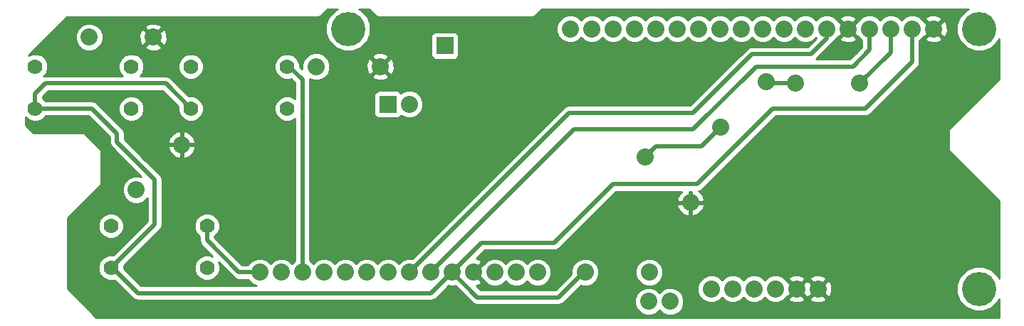
<source format=gbl>
G04 #@! TF.FileFunction,Copper,L2,Bot,Signal*
%FSLAX46Y46*%
G04 Gerber Fmt 4.6, Leading zero omitted, Abs format (unit mm)*
G04 Created by KiCad (PCBNEW 4.0.2-stable) date 05/06/2017 19:11:29*
%MOMM*%
G01*
G04 APERTURE LIST*
%ADD10C,0.150000*%
%ADD11C,2.032000*%
%ADD12C,1.778000*%
%ADD13C,4.064000*%
%ADD14R,2.032000X2.032000*%
%ADD15C,0.500000*%
%ADD16C,0.254000*%
G04 APERTURE END LIST*
D10*
D11*
X124590000Y-17000000D03*
X122050000Y-17000000D03*
X119510000Y-17000000D03*
X116970000Y-17000000D03*
X114430000Y-17000000D03*
X111890000Y-17000000D03*
X109350000Y-17000000D03*
X106810000Y-17000000D03*
X104270000Y-17000000D03*
X101730000Y-17000000D03*
X99190000Y-17000000D03*
X96650000Y-17000000D03*
X94110000Y-17000000D03*
X91570000Y-17000000D03*
X89030000Y-17000000D03*
X86490000Y-17000000D03*
X83950000Y-17000000D03*
X81410000Y-17000000D03*
D12*
X36285000Y-21500000D03*
X47715000Y-21500000D03*
X36285000Y-26500000D03*
X47715000Y-26500000D03*
X17785000Y-21500000D03*
X29215000Y-21500000D03*
X17785000Y-26500000D03*
X29215000Y-26500000D03*
X26785000Y-45500000D03*
X38215000Y-45500000D03*
X26785000Y-40500000D03*
X38215000Y-40500000D03*
D11*
X90305923Y-32305923D03*
X95694077Y-37694077D03*
X104694077Y-23305923D03*
X99305923Y-28694077D03*
X115810000Y-23500000D03*
X108190000Y-23500000D03*
X58810000Y-21500000D03*
X51190000Y-21500000D03*
X31810000Y-18000000D03*
X24190000Y-18000000D03*
X35194077Y-30805923D03*
X29805923Y-36194077D03*
D13*
X55000000Y-17000000D03*
X130000000Y-17000000D03*
X130000000Y-48000000D03*
D11*
X110850000Y-48000000D03*
X108310000Y-48000000D03*
X105770000Y-48000000D03*
X103230000Y-48000000D03*
X100690000Y-48000000D03*
X98150000Y-48000000D03*
D14*
X59730000Y-26000000D03*
D11*
X62270000Y-26000000D03*
D14*
X66500000Y-19000000D03*
D11*
X77510000Y-46000000D03*
X74970000Y-46000000D03*
X72430000Y-46000000D03*
X69890000Y-46000000D03*
X67350000Y-46000000D03*
X64810000Y-46000000D03*
X62270000Y-46000000D03*
X59730000Y-46000000D03*
X57190000Y-46000000D03*
X54650000Y-46000000D03*
X52110000Y-46000000D03*
X49570000Y-46000000D03*
X47030000Y-46000000D03*
X44490000Y-46000000D03*
X83190000Y-46000000D03*
X90810000Y-46000000D03*
X90730000Y-49500000D03*
X93270000Y-49500000D03*
D15*
X83190000Y-46000000D02*
X83000000Y-46000000D01*
X70350000Y-49000000D02*
X67350000Y-46000000D01*
X80000000Y-49000000D02*
X70350000Y-49000000D01*
X83000000Y-46000000D02*
X80000000Y-49000000D01*
X26785000Y-45500000D02*
X27000000Y-45500000D01*
X64850000Y-48500000D02*
X67350000Y-46000000D01*
X30000000Y-48500000D02*
X64850000Y-48500000D01*
X27000000Y-45500000D02*
X30000000Y-48500000D01*
X17785000Y-26500000D02*
X24500000Y-26500000D01*
X32000000Y-40285000D02*
X26785000Y-45500000D01*
X32000000Y-35000000D02*
X32000000Y-40285000D01*
X27500000Y-30500000D02*
X32000000Y-35000000D01*
X27500000Y-29500000D02*
X27500000Y-30500000D01*
X24500000Y-26500000D02*
X27500000Y-29500000D01*
X17785000Y-26500000D02*
X17785000Y-24715000D01*
X33285000Y-23500000D02*
X36285000Y-26500000D01*
X19000000Y-23500000D02*
X33285000Y-23500000D01*
X17785000Y-24715000D02*
X19000000Y-23500000D01*
X122050000Y-17000000D02*
X122050000Y-20950000D01*
X122050000Y-20950000D02*
X116500000Y-26500000D01*
X116500000Y-26500000D02*
X105500000Y-26500000D01*
X105500000Y-26500000D02*
X96500000Y-35500000D01*
X96500000Y-35500000D02*
X86500000Y-35500000D01*
X86500000Y-35500000D02*
X79500000Y-42500000D01*
X79500000Y-42500000D02*
X70850000Y-42500000D01*
X70850000Y-42500000D02*
X67350000Y-46000000D01*
X111890000Y-17000000D02*
X111890000Y-18110000D01*
X81270000Y-27000000D02*
X62270000Y-46000000D01*
X96000000Y-27000000D02*
X81270000Y-27000000D01*
X103000000Y-20000000D02*
X96000000Y-27000000D01*
X110000000Y-20000000D02*
X103000000Y-20000000D01*
X111890000Y-18110000D02*
X110000000Y-20000000D01*
X47715000Y-21500000D02*
X48000000Y-21500000D01*
X49570000Y-23070000D02*
X49570000Y-46000000D01*
X48000000Y-21500000D02*
X49570000Y-23070000D01*
X116970000Y-17000000D02*
X116970000Y-19530000D01*
X81810000Y-29000000D02*
X64810000Y-46000000D01*
X96000000Y-29000000D02*
X81810000Y-29000000D01*
X103500000Y-21500000D02*
X96000000Y-29000000D01*
X115000000Y-21500000D02*
X103500000Y-21500000D01*
X116970000Y-19530000D02*
X115000000Y-21500000D01*
X38215000Y-40500000D02*
X38215000Y-42215000D01*
X42000000Y-46000000D02*
X44490000Y-46000000D01*
X38215000Y-42215000D02*
X42000000Y-46000000D01*
X119510000Y-17000000D02*
X119510000Y-19800000D01*
X119510000Y-19800000D02*
X115810000Y-23500000D01*
X99305923Y-28694077D02*
X97000000Y-31000000D01*
X91611846Y-31000000D02*
X90305923Y-32305923D01*
X97000000Y-31000000D02*
X91611846Y-31000000D01*
X108190000Y-23500000D02*
X104888154Y-23500000D01*
X104888154Y-23500000D02*
X104694077Y-23305923D01*
D16*
G36*
X132373000Y-51373000D02*
X126251816Y-51373000D01*
X126251816Y-17268358D01*
X126228014Y-16611981D01*
X126022622Y-16116120D01*
X125754107Y-16015498D01*
X125574502Y-16195103D01*
X125574502Y-15835893D01*
X125473880Y-15567378D01*
X124858358Y-15338184D01*
X124201981Y-15361986D01*
X123706120Y-15567378D01*
X123605498Y-15835893D01*
X124590000Y-16820395D01*
X125574502Y-15835893D01*
X125574502Y-16195103D01*
X124769605Y-17000000D01*
X125754107Y-17984502D01*
X126022622Y-17883880D01*
X126251816Y-17268358D01*
X126251816Y-51373000D01*
X125574502Y-51373000D01*
X125574502Y-18164107D01*
X124590000Y-17179605D01*
X123605498Y-18164107D01*
X123706120Y-18432622D01*
X124321642Y-18661816D01*
X124978019Y-18638014D01*
X125473880Y-18432622D01*
X125574502Y-18164107D01*
X125574502Y-51373000D01*
X112511816Y-51373000D01*
X112511816Y-48268358D01*
X112488014Y-47611981D01*
X112282622Y-47116120D01*
X112014107Y-47015498D01*
X111834502Y-47195103D01*
X111834502Y-46835893D01*
X111733880Y-46567378D01*
X111118358Y-46338184D01*
X110461981Y-46361986D01*
X109966120Y-46567378D01*
X109865498Y-46835893D01*
X110850000Y-47820395D01*
X111834502Y-46835893D01*
X111834502Y-47195103D01*
X111029605Y-48000000D01*
X112014107Y-48984502D01*
X112282622Y-48883880D01*
X112511816Y-48268358D01*
X112511816Y-51373000D01*
X111834502Y-51373000D01*
X111834502Y-49164107D01*
X110850000Y-48179605D01*
X110670395Y-48359210D01*
X110670395Y-48000000D01*
X109685893Y-47015498D01*
X109580000Y-47055179D01*
X109474107Y-47015498D01*
X109294502Y-47195103D01*
X109294502Y-46835893D01*
X109193880Y-46567378D01*
X108578358Y-46338184D01*
X107921981Y-46361986D01*
X107426120Y-46567378D01*
X107325498Y-46835893D01*
X108310000Y-47820395D01*
X109294502Y-46835893D01*
X109294502Y-47195103D01*
X108489605Y-48000000D01*
X109474107Y-48984502D01*
X109580000Y-48944820D01*
X109685893Y-48984502D01*
X110670395Y-48000000D01*
X110670395Y-48359210D01*
X109865498Y-49164107D01*
X109966120Y-49432622D01*
X110581642Y-49661816D01*
X111238019Y-49638014D01*
X111733880Y-49432622D01*
X111834502Y-49164107D01*
X111834502Y-51373000D01*
X109294502Y-51373000D01*
X109294502Y-49164107D01*
X108310000Y-48179605D01*
X108130395Y-48359210D01*
X108130395Y-48000000D01*
X107145893Y-47015498D01*
X107127083Y-47022546D01*
X106706437Y-46601166D01*
X106099845Y-46349287D01*
X105443037Y-46348714D01*
X104836005Y-46599534D01*
X104499821Y-46935132D01*
X104166437Y-46601166D01*
X103559845Y-46349287D01*
X102903037Y-46348714D01*
X102296005Y-46599534D01*
X101959821Y-46935132D01*
X101626437Y-46601166D01*
X101019845Y-46349287D01*
X100363037Y-46348714D01*
X99756005Y-46599534D01*
X99419821Y-46935132D01*
X99086437Y-46601166D01*
X98479845Y-46349287D01*
X97823037Y-46348714D01*
X97332091Y-46551568D01*
X97332091Y-38082096D01*
X97213373Y-37821077D01*
X95821077Y-37821077D01*
X95821077Y-39213373D01*
X96082096Y-39332091D01*
X96679401Y-39058916D01*
X97126699Y-38577957D01*
X97332091Y-38082096D01*
X97332091Y-46551568D01*
X97216005Y-46599534D01*
X96751166Y-47063563D01*
X96499287Y-47670155D01*
X96498714Y-48326963D01*
X96749534Y-48933995D01*
X97213563Y-49398834D01*
X97820155Y-49650713D01*
X98476963Y-49651286D01*
X99083995Y-49400466D01*
X99420178Y-49064867D01*
X99753563Y-49398834D01*
X100360155Y-49650713D01*
X101016963Y-49651286D01*
X101623995Y-49400466D01*
X101960178Y-49064867D01*
X102293563Y-49398834D01*
X102900155Y-49650713D01*
X103556963Y-49651286D01*
X104163995Y-49400466D01*
X104500178Y-49064867D01*
X104833563Y-49398834D01*
X105440155Y-49650713D01*
X106096963Y-49651286D01*
X106703995Y-49400466D01*
X107127565Y-48977633D01*
X107145893Y-48984502D01*
X108130395Y-48000000D01*
X108130395Y-48359210D01*
X107325498Y-49164107D01*
X107426120Y-49432622D01*
X108041642Y-49661816D01*
X108698019Y-49638014D01*
X109193880Y-49432622D01*
X109294502Y-49164107D01*
X109294502Y-51373000D01*
X95567077Y-51373000D01*
X95567077Y-39213373D01*
X95567077Y-37821077D01*
X94174781Y-37821077D01*
X94056063Y-38082096D01*
X94329238Y-38679401D01*
X94810197Y-39126699D01*
X95306058Y-39332091D01*
X95567077Y-39213373D01*
X95567077Y-51373000D01*
X94921286Y-51373000D01*
X94921286Y-49173037D01*
X94670466Y-48566005D01*
X94206437Y-48101166D01*
X93599845Y-47849287D01*
X92943037Y-47848714D01*
X92461286Y-48047769D01*
X92461286Y-45673037D01*
X92210466Y-45066005D01*
X91746437Y-44601166D01*
X91139845Y-44349287D01*
X90483037Y-44348714D01*
X89876005Y-44599534D01*
X89411166Y-45063563D01*
X89159287Y-45670155D01*
X89158714Y-46326963D01*
X89409534Y-46933995D01*
X89873563Y-47398834D01*
X90480155Y-47650713D01*
X91136963Y-47651286D01*
X91743995Y-47400466D01*
X92208834Y-46936437D01*
X92460713Y-46329845D01*
X92461286Y-45673037D01*
X92461286Y-48047769D01*
X92336005Y-48099534D01*
X91999821Y-48435132D01*
X91666437Y-48101166D01*
X91059845Y-47849287D01*
X90403037Y-47848714D01*
X89796005Y-48099534D01*
X89331166Y-48563563D01*
X89079287Y-49170155D01*
X89078714Y-49826963D01*
X89329534Y-50433995D01*
X89793563Y-50898834D01*
X90400155Y-51150713D01*
X91056963Y-51151286D01*
X91663995Y-50900466D01*
X92000178Y-50564867D01*
X92333563Y-50898834D01*
X92940155Y-51150713D01*
X93596963Y-51151286D01*
X94203995Y-50900466D01*
X94668834Y-50436437D01*
X94920713Y-49829845D01*
X94921286Y-49173037D01*
X94921286Y-51373000D01*
X25052605Y-51373000D01*
X21627000Y-47947395D01*
X21627000Y-39552605D01*
X25627000Y-35552605D01*
X25627000Y-31447395D01*
X23552605Y-29373000D01*
X17552605Y-29373000D01*
X16627000Y-28447395D01*
X16627000Y-27497120D01*
X16920597Y-27791230D01*
X17480528Y-28023734D01*
X18086812Y-28024263D01*
X18647148Y-27792737D01*
X19055597Y-27385000D01*
X24133420Y-27385000D01*
X26615000Y-29866579D01*
X26615000Y-30499994D01*
X26614999Y-30500000D01*
X26671189Y-30782484D01*
X26682367Y-30838675D01*
X26874210Y-31125790D01*
X30402571Y-34654150D01*
X30135768Y-34543364D01*
X29478960Y-34542791D01*
X28871928Y-34793611D01*
X28407089Y-35257640D01*
X28155210Y-35864232D01*
X28154637Y-36521040D01*
X28405457Y-37128072D01*
X28869486Y-37592911D01*
X29476078Y-37844790D01*
X30132886Y-37845363D01*
X30739918Y-37594543D01*
X31115000Y-37220114D01*
X31115000Y-39918420D01*
X28309263Y-42724156D01*
X28309263Y-40198188D01*
X28077737Y-39637852D01*
X27649403Y-39208770D01*
X27089472Y-38976266D01*
X26483188Y-38975737D01*
X25922852Y-39207263D01*
X25493770Y-39635597D01*
X25261266Y-40195528D01*
X25260737Y-40801812D01*
X25492263Y-41362148D01*
X25920597Y-41791230D01*
X26480528Y-42023734D01*
X27086812Y-42024263D01*
X27647148Y-41792737D01*
X28076230Y-41364403D01*
X28308734Y-40804472D01*
X28309263Y-40198188D01*
X28309263Y-42724156D01*
X27057182Y-43976237D01*
X26483188Y-43975737D01*
X25922852Y-44207263D01*
X25493770Y-44635597D01*
X25261266Y-45195528D01*
X25260737Y-45801812D01*
X25492263Y-46362148D01*
X25920597Y-46791230D01*
X26480528Y-47023734D01*
X27086812Y-47024263D01*
X27218337Y-46969917D01*
X29374207Y-49125786D01*
X29374210Y-49125790D01*
X29661325Y-49317633D01*
X30000000Y-49385000D01*
X64849994Y-49385000D01*
X64850000Y-49385001D01*
X64850000Y-49385000D01*
X65132484Y-49328810D01*
X65188674Y-49317633D01*
X65188675Y-49317633D01*
X65475790Y-49125790D01*
X66971195Y-47630383D01*
X67020155Y-47650713D01*
X67676963Y-47651286D01*
X67728437Y-47630017D01*
X69724207Y-49625786D01*
X69724210Y-49625790D01*
X70011325Y-49817633D01*
X70350000Y-49885000D01*
X79999994Y-49885000D01*
X80000000Y-49885001D01*
X80000000Y-49885000D01*
X80282484Y-49828810D01*
X80338674Y-49817633D01*
X80338675Y-49817633D01*
X80625790Y-49625790D01*
X82676942Y-47574636D01*
X82860155Y-47650713D01*
X83516963Y-47651286D01*
X84123995Y-47400466D01*
X84588834Y-46936437D01*
X84840713Y-46329845D01*
X84841286Y-45673037D01*
X84590466Y-45066005D01*
X84126437Y-44601166D01*
X83519845Y-44349287D01*
X82863037Y-44348714D01*
X82256005Y-44599534D01*
X81791166Y-45063563D01*
X81539287Y-45670155D01*
X81538816Y-46209604D01*
X79633420Y-48115000D01*
X79161286Y-48115000D01*
X79161286Y-45673037D01*
X78910466Y-45066005D01*
X78446437Y-44601166D01*
X77839845Y-44349287D01*
X77183037Y-44348714D01*
X76576005Y-44599534D01*
X76239821Y-44935132D01*
X75906437Y-44601166D01*
X75299845Y-44349287D01*
X74643037Y-44348714D01*
X74036005Y-44599534D01*
X73699821Y-44935132D01*
X73366437Y-44601166D01*
X72759845Y-44349287D01*
X72103037Y-44348714D01*
X71496005Y-44599534D01*
X71072434Y-45022366D01*
X71054107Y-45015498D01*
X70069605Y-46000000D01*
X71054107Y-46984502D01*
X71072916Y-46977453D01*
X71493563Y-47398834D01*
X72100155Y-47650713D01*
X72756963Y-47651286D01*
X73363995Y-47400466D01*
X73700178Y-47064867D01*
X74033563Y-47398834D01*
X74640155Y-47650713D01*
X75296963Y-47651286D01*
X75903995Y-47400466D01*
X76240178Y-47064867D01*
X76573563Y-47398834D01*
X77180155Y-47650713D01*
X77836963Y-47651286D01*
X78443995Y-47400466D01*
X78908834Y-46936437D01*
X79160713Y-46329845D01*
X79161286Y-45673037D01*
X79161286Y-48115000D01*
X70716579Y-48115000D01*
X70240937Y-47639358D01*
X70278019Y-47638014D01*
X70773880Y-47432622D01*
X70874502Y-47164107D01*
X69890000Y-46179605D01*
X69875857Y-46193747D01*
X69696252Y-46014142D01*
X69710395Y-46000000D01*
X69696252Y-45985857D01*
X69875857Y-45806252D01*
X69890000Y-45820395D01*
X70874502Y-44835893D01*
X70773880Y-44567378D01*
X70234895Y-44366683D01*
X71216579Y-43385000D01*
X79499994Y-43385000D01*
X79500000Y-43385001D01*
X79500000Y-43385000D01*
X79782484Y-43328810D01*
X79838674Y-43317633D01*
X79838675Y-43317633D01*
X80125790Y-43125790D01*
X86866579Y-36385000D01*
X94656893Y-36385000D01*
X94261455Y-36810197D01*
X94056063Y-37306058D01*
X94174781Y-37567077D01*
X95567077Y-37567077D01*
X95567077Y-36385000D01*
X95821077Y-36385000D01*
X95821077Y-37567077D01*
X97213373Y-37567077D01*
X97332091Y-37306058D01*
X97058916Y-36708753D01*
X96673657Y-36350457D01*
X96782484Y-36328810D01*
X96838674Y-36317633D01*
X96838675Y-36317633D01*
X97125790Y-36125790D01*
X105866579Y-27385000D01*
X116499994Y-27385000D01*
X116500000Y-27385001D01*
X116500000Y-27385000D01*
X116782484Y-27328810D01*
X116838674Y-27317633D01*
X116838675Y-27317633D01*
X117125790Y-27125790D01*
X122675786Y-21575792D01*
X122675789Y-21575790D01*
X122675790Y-21575790D01*
X122867633Y-21288675D01*
X122935000Y-20950000D01*
X122935001Y-20950000D01*
X122935000Y-20949994D01*
X122935000Y-18420710D01*
X122983995Y-18400466D01*
X123407565Y-17977633D01*
X123425893Y-17984502D01*
X124410395Y-17000000D01*
X123425893Y-16015498D01*
X123407083Y-16022546D01*
X122986437Y-15601166D01*
X122379845Y-15349287D01*
X121723037Y-15348714D01*
X121116005Y-15599534D01*
X120779821Y-15935132D01*
X120446437Y-15601166D01*
X119839845Y-15349287D01*
X119183037Y-15348714D01*
X118576005Y-15599534D01*
X118239821Y-15935132D01*
X117906437Y-15601166D01*
X117299845Y-15349287D01*
X116643037Y-15348714D01*
X116036005Y-15599534D01*
X115612434Y-16022366D01*
X115594107Y-16015498D01*
X115414502Y-16195103D01*
X115414502Y-15835893D01*
X115313880Y-15567378D01*
X114698358Y-15338184D01*
X114041981Y-15361986D01*
X113546120Y-15567378D01*
X113445498Y-15835893D01*
X114430000Y-16820395D01*
X115414502Y-15835893D01*
X115414502Y-16195103D01*
X114609605Y-17000000D01*
X115594107Y-17984502D01*
X115612916Y-17977453D01*
X116033563Y-18398834D01*
X116085000Y-18420192D01*
X116085000Y-19163420D01*
X115414502Y-19833918D01*
X115414502Y-18164107D01*
X114430000Y-17179605D01*
X113445498Y-18164107D01*
X113546120Y-18432622D01*
X114161642Y-18661816D01*
X114818019Y-18638014D01*
X115313880Y-18432622D01*
X115414502Y-18164107D01*
X115414502Y-19833918D01*
X114633420Y-20615000D01*
X110636579Y-20615000D01*
X112515786Y-18735792D01*
X112515789Y-18735790D01*
X112515790Y-18735790D01*
X112707633Y-18448675D01*
X112707661Y-18448534D01*
X112823995Y-18400466D01*
X113247565Y-17977633D01*
X113265893Y-17984502D01*
X114250395Y-17000000D01*
X113265893Y-16015498D01*
X113247083Y-16022546D01*
X112826437Y-15601166D01*
X112219845Y-15349287D01*
X111563037Y-15348714D01*
X110956005Y-15599534D01*
X110619821Y-15935132D01*
X110286437Y-15601166D01*
X109679845Y-15349287D01*
X109023037Y-15348714D01*
X108416005Y-15599534D01*
X108079821Y-15935132D01*
X107746437Y-15601166D01*
X107139845Y-15349287D01*
X106483037Y-15348714D01*
X105876005Y-15599534D01*
X105539821Y-15935132D01*
X105206437Y-15601166D01*
X104599845Y-15349287D01*
X103943037Y-15348714D01*
X103336005Y-15599534D01*
X102999821Y-15935132D01*
X102666437Y-15601166D01*
X102059845Y-15349287D01*
X101403037Y-15348714D01*
X100796005Y-15599534D01*
X100459821Y-15935132D01*
X100126437Y-15601166D01*
X99519845Y-15349287D01*
X98863037Y-15348714D01*
X98256005Y-15599534D01*
X97919821Y-15935132D01*
X97586437Y-15601166D01*
X96979845Y-15349287D01*
X96323037Y-15348714D01*
X95716005Y-15599534D01*
X95379821Y-15935132D01*
X95046437Y-15601166D01*
X94439845Y-15349287D01*
X93783037Y-15348714D01*
X93176005Y-15599534D01*
X92839821Y-15935132D01*
X92506437Y-15601166D01*
X91899845Y-15349287D01*
X91243037Y-15348714D01*
X90636005Y-15599534D01*
X90299821Y-15935132D01*
X89966437Y-15601166D01*
X89359845Y-15349287D01*
X88703037Y-15348714D01*
X88096005Y-15599534D01*
X87759821Y-15935132D01*
X87426437Y-15601166D01*
X86819845Y-15349287D01*
X86163037Y-15348714D01*
X85556005Y-15599534D01*
X85219821Y-15935132D01*
X84886437Y-15601166D01*
X84279845Y-15349287D01*
X83623037Y-15348714D01*
X83016005Y-15599534D01*
X82679821Y-15935132D01*
X82346437Y-15601166D01*
X81739845Y-15349287D01*
X81083037Y-15348714D01*
X80476005Y-15599534D01*
X80011166Y-16063563D01*
X79759287Y-16670155D01*
X79758714Y-17326963D01*
X80009534Y-17933995D01*
X80473563Y-18398834D01*
X81080155Y-18650713D01*
X81736963Y-18651286D01*
X82343995Y-18400466D01*
X82680178Y-18064867D01*
X83013563Y-18398834D01*
X83620155Y-18650713D01*
X84276963Y-18651286D01*
X84883995Y-18400466D01*
X85220178Y-18064867D01*
X85553563Y-18398834D01*
X86160155Y-18650713D01*
X86816963Y-18651286D01*
X87423995Y-18400466D01*
X87760178Y-18064867D01*
X88093563Y-18398834D01*
X88700155Y-18650713D01*
X89356963Y-18651286D01*
X89963995Y-18400466D01*
X90300178Y-18064867D01*
X90633563Y-18398834D01*
X91240155Y-18650713D01*
X91896963Y-18651286D01*
X92503995Y-18400466D01*
X92840178Y-18064867D01*
X93173563Y-18398834D01*
X93780155Y-18650713D01*
X94436963Y-18651286D01*
X95043995Y-18400466D01*
X95380178Y-18064867D01*
X95713563Y-18398834D01*
X96320155Y-18650713D01*
X96976963Y-18651286D01*
X97583995Y-18400466D01*
X97920178Y-18064867D01*
X98253563Y-18398834D01*
X98860155Y-18650713D01*
X99516963Y-18651286D01*
X100123995Y-18400466D01*
X100460178Y-18064867D01*
X100793563Y-18398834D01*
X101400155Y-18650713D01*
X102056963Y-18651286D01*
X102663995Y-18400466D01*
X103000178Y-18064867D01*
X103333563Y-18398834D01*
X103940155Y-18650713D01*
X104596963Y-18651286D01*
X105203995Y-18400466D01*
X105540178Y-18064867D01*
X105873563Y-18398834D01*
X106480155Y-18650713D01*
X107136963Y-18651286D01*
X107743995Y-18400466D01*
X108080178Y-18064867D01*
X108413563Y-18398834D01*
X109020155Y-18650713D01*
X109676963Y-18651286D01*
X110283995Y-18400466D01*
X110620178Y-18064867D01*
X110651838Y-18096582D01*
X109633420Y-19115000D01*
X103000000Y-19115000D01*
X102999999Y-19115000D01*
X102661325Y-19182367D01*
X102374210Y-19374210D01*
X102374207Y-19374213D01*
X95633420Y-26115000D01*
X81270000Y-26115000D01*
X80931325Y-26182367D01*
X80644210Y-26374210D01*
X80644207Y-26374213D01*
X68151110Y-38867309D01*
X68151110Y-19890245D01*
X68151110Y-17858245D01*
X68054641Y-17624771D01*
X67876168Y-17445987D01*
X67642864Y-17349111D01*
X67390245Y-17348890D01*
X65358245Y-17348890D01*
X65124771Y-17445359D01*
X64945987Y-17623832D01*
X64849111Y-17857136D01*
X64848890Y-18109755D01*
X64848890Y-20141755D01*
X64945359Y-20375229D01*
X65123832Y-20554013D01*
X65357136Y-20650889D01*
X65609755Y-20651110D01*
X67641755Y-20651110D01*
X67875229Y-20554641D01*
X68054013Y-20376168D01*
X68150889Y-20142864D01*
X68151110Y-19890245D01*
X68151110Y-38867309D01*
X63921286Y-43097133D01*
X63921286Y-25673037D01*
X63670466Y-25066005D01*
X63206437Y-24601166D01*
X62599845Y-24349287D01*
X61943037Y-24348714D01*
X61336005Y-24599534D01*
X61292257Y-24643205D01*
X61284641Y-24624771D01*
X61106168Y-24445987D01*
X60872864Y-24349111D01*
X60620245Y-24348890D01*
X60471816Y-24348890D01*
X60471816Y-21768358D01*
X60448014Y-21111981D01*
X60242622Y-20616120D01*
X59974107Y-20515498D01*
X59794502Y-20695103D01*
X59794502Y-20335893D01*
X59693880Y-20067378D01*
X59078358Y-19838184D01*
X58421981Y-19861986D01*
X57926120Y-20067378D01*
X57825498Y-20335893D01*
X58810000Y-21320395D01*
X59794502Y-20335893D01*
X59794502Y-20695103D01*
X58989605Y-21500000D01*
X59974107Y-22484502D01*
X60242622Y-22383880D01*
X60471816Y-21768358D01*
X60471816Y-24348890D01*
X59794502Y-24348890D01*
X59794502Y-22664107D01*
X58810000Y-21679605D01*
X58630395Y-21859210D01*
X58630395Y-21500000D01*
X57645893Y-20515498D01*
X57377378Y-20616120D01*
X57148184Y-21231642D01*
X57171986Y-21888019D01*
X57377378Y-22383880D01*
X57645893Y-22484502D01*
X58630395Y-21500000D01*
X58630395Y-21859210D01*
X57825498Y-22664107D01*
X57926120Y-22932622D01*
X58541642Y-23161816D01*
X59198019Y-23138014D01*
X59693880Y-22932622D01*
X59794502Y-22664107D01*
X59794502Y-24348890D01*
X58588245Y-24348890D01*
X58354771Y-24445359D01*
X58175987Y-24623832D01*
X58079111Y-24857136D01*
X58078890Y-25109755D01*
X58078890Y-27141755D01*
X58175359Y-27375229D01*
X58353832Y-27554013D01*
X58587136Y-27650889D01*
X58839755Y-27651110D01*
X60871755Y-27651110D01*
X61105229Y-27554641D01*
X61284013Y-27376168D01*
X61291922Y-27357120D01*
X61333563Y-27398834D01*
X61940155Y-27650713D01*
X62596963Y-27651286D01*
X63203995Y-27400466D01*
X63668834Y-26936437D01*
X63920713Y-26329845D01*
X63921286Y-25673037D01*
X63921286Y-43097133D01*
X62648803Y-44369616D01*
X62599845Y-44349287D01*
X61943037Y-44348714D01*
X61336005Y-44599534D01*
X60999821Y-44935132D01*
X60666437Y-44601166D01*
X60059845Y-44349287D01*
X59403037Y-44348714D01*
X58796005Y-44599534D01*
X58459821Y-44935132D01*
X58126437Y-44601166D01*
X57519845Y-44349287D01*
X56863037Y-44348714D01*
X56256005Y-44599534D01*
X55919821Y-44935132D01*
X55586437Y-44601166D01*
X54979845Y-44349287D01*
X54323037Y-44348714D01*
X53716005Y-44599534D01*
X53379821Y-44935132D01*
X53046437Y-44601166D01*
X52439845Y-44349287D01*
X51783037Y-44348714D01*
X51176005Y-44599534D01*
X50839821Y-44935132D01*
X50506437Y-44601166D01*
X50455000Y-44579807D01*
X50455000Y-23070000D01*
X50436023Y-22974598D01*
X50860155Y-23150713D01*
X51516963Y-23151286D01*
X52123995Y-22900466D01*
X52588834Y-22436437D01*
X52840713Y-21829845D01*
X52841286Y-21173037D01*
X52590466Y-20566005D01*
X52126437Y-20101166D01*
X51519845Y-19849287D01*
X50863037Y-19848714D01*
X50256005Y-20099534D01*
X49791166Y-20563563D01*
X49539287Y-21170155D01*
X49538748Y-21787169D01*
X49239010Y-21487431D01*
X49239263Y-21198188D01*
X49007737Y-20637852D01*
X48579403Y-20208770D01*
X48019472Y-19976266D01*
X47413188Y-19975737D01*
X46852852Y-20207263D01*
X46423770Y-20635597D01*
X46191266Y-21195528D01*
X46190737Y-21801812D01*
X46422263Y-22362148D01*
X46850597Y-22791230D01*
X47410528Y-23023734D01*
X48016812Y-23024263D01*
X48197871Y-22949450D01*
X48685000Y-23436579D01*
X48685000Y-25314551D01*
X48579403Y-25208770D01*
X48019472Y-24976266D01*
X47413188Y-24975737D01*
X46852852Y-25207263D01*
X46423770Y-25635597D01*
X46191266Y-26195528D01*
X46190737Y-26801812D01*
X46422263Y-27362148D01*
X46850597Y-27791230D01*
X47410528Y-28023734D01*
X48016812Y-28024263D01*
X48577148Y-27792737D01*
X48685000Y-27685073D01*
X48685000Y-44579289D01*
X48636005Y-44599534D01*
X48299821Y-44935132D01*
X47966437Y-44601166D01*
X47359845Y-44349287D01*
X46703037Y-44348714D01*
X46096005Y-44599534D01*
X45759821Y-44935132D01*
X45426437Y-44601166D01*
X44819845Y-44349287D01*
X44163037Y-44348714D01*
X43556005Y-44599534D01*
X43091166Y-45063563D01*
X43069807Y-45115000D01*
X42366579Y-45115000D01*
X39100000Y-41848420D01*
X39100000Y-41769924D01*
X39506230Y-41364403D01*
X39738734Y-40804472D01*
X39739263Y-40198188D01*
X39507737Y-39637852D01*
X39079403Y-39208770D01*
X38519472Y-38976266D01*
X37913188Y-38975737D01*
X37352852Y-39207263D01*
X36923770Y-39635597D01*
X36832091Y-39856384D01*
X36832091Y-31193942D01*
X36832091Y-30417904D01*
X36558916Y-29820599D01*
X36077957Y-29373301D01*
X35582096Y-29167909D01*
X35321077Y-29286627D01*
X35321077Y-30678923D01*
X36713373Y-30678923D01*
X36832091Y-30417904D01*
X36832091Y-31193942D01*
X36713373Y-30932923D01*
X35321077Y-30932923D01*
X35321077Y-32325219D01*
X35582096Y-32443937D01*
X36179401Y-32170762D01*
X36626699Y-31689803D01*
X36832091Y-31193942D01*
X36832091Y-39856384D01*
X36691266Y-40195528D01*
X36690737Y-40801812D01*
X36922263Y-41362148D01*
X37330000Y-41770597D01*
X37330000Y-42214994D01*
X37329999Y-42215000D01*
X37386189Y-42497484D01*
X37397367Y-42553675D01*
X37589210Y-42840790D01*
X38870407Y-44121987D01*
X38519472Y-43976266D01*
X37913188Y-43975737D01*
X37352852Y-44207263D01*
X36923770Y-44635597D01*
X36691266Y-45195528D01*
X36690737Y-45801812D01*
X36922263Y-46362148D01*
X37350597Y-46791230D01*
X37910528Y-47023734D01*
X38516812Y-47024263D01*
X39077148Y-46792737D01*
X39506230Y-46364403D01*
X39738734Y-45804472D01*
X39739263Y-45198188D01*
X39593264Y-44844843D01*
X41374207Y-46625786D01*
X41374210Y-46625790D01*
X41661325Y-46817633D01*
X42000000Y-46885000D01*
X43069289Y-46885000D01*
X43089534Y-46933995D01*
X43553563Y-47398834D01*
X44074148Y-47615000D01*
X35067077Y-47615000D01*
X35067077Y-32325219D01*
X35067077Y-30932923D01*
X35067077Y-30678923D01*
X35067077Y-29286627D01*
X34806058Y-29167909D01*
X34208753Y-29441084D01*
X33761455Y-29922043D01*
X33556063Y-30417904D01*
X33674781Y-30678923D01*
X35067077Y-30678923D01*
X35067077Y-30932923D01*
X33674781Y-30932923D01*
X33556063Y-31193942D01*
X33829238Y-31791247D01*
X34310197Y-32238545D01*
X34806058Y-32443937D01*
X35067077Y-32325219D01*
X35067077Y-47615000D01*
X30366579Y-47615000D01*
X28308949Y-45557369D01*
X28309237Y-45227342D01*
X32625786Y-40910792D01*
X32625789Y-40910790D01*
X32625790Y-40910790D01*
X32817633Y-40623675D01*
X32885000Y-40285001D01*
X32884999Y-40285000D01*
X32885000Y-40285000D01*
X32885000Y-35000005D01*
X32885000Y-35000000D01*
X32885001Y-35000000D01*
X32828810Y-34717515D01*
X32817633Y-34661326D01*
X32817633Y-34661325D01*
X32625790Y-34374210D01*
X32625786Y-34374207D01*
X30739263Y-32487683D01*
X30739263Y-26198188D01*
X30507737Y-25637852D01*
X30079403Y-25208770D01*
X29519472Y-24976266D01*
X28913188Y-24975737D01*
X28352852Y-25207263D01*
X27923770Y-25635597D01*
X27691266Y-26195528D01*
X27690737Y-26801812D01*
X27922263Y-27362148D01*
X28350597Y-27791230D01*
X28910528Y-28023734D01*
X29516812Y-28024263D01*
X30077148Y-27792737D01*
X30506230Y-27364403D01*
X30738734Y-26804472D01*
X30739263Y-26198188D01*
X30739263Y-32487683D01*
X28385000Y-30133420D01*
X28385000Y-29500000D01*
X28317633Y-29161325D01*
X28125790Y-28874210D01*
X28125786Y-28874207D01*
X25125790Y-25874210D01*
X24838675Y-25682367D01*
X24782484Y-25671189D01*
X24500000Y-25614999D01*
X24499994Y-25615000D01*
X19054924Y-25615000D01*
X18670000Y-25229402D01*
X18670000Y-25081579D01*
X19366579Y-24385000D01*
X32918420Y-24385000D01*
X34761237Y-26227817D01*
X34760737Y-26801812D01*
X34992263Y-27362148D01*
X35420597Y-27791230D01*
X35980528Y-28023734D01*
X36586812Y-28024263D01*
X37147148Y-27792737D01*
X37576230Y-27364403D01*
X37808734Y-26804472D01*
X37809263Y-26198188D01*
X37809263Y-21198188D01*
X37577737Y-20637852D01*
X37149403Y-20208770D01*
X36589472Y-19976266D01*
X35983188Y-19975737D01*
X35422852Y-20207263D01*
X34993770Y-20635597D01*
X34761266Y-21195528D01*
X34760737Y-21801812D01*
X34992263Y-22362148D01*
X35420597Y-22791230D01*
X35980528Y-23023734D01*
X36586812Y-23024263D01*
X37147148Y-22792737D01*
X37576230Y-22364403D01*
X37808734Y-21804472D01*
X37809263Y-21198188D01*
X37809263Y-26198188D01*
X37577737Y-25637852D01*
X37149403Y-25208770D01*
X36589472Y-24976266D01*
X36012341Y-24975762D01*
X33910790Y-22874210D01*
X33623675Y-22682367D01*
X33567484Y-22671189D01*
X33471816Y-22652159D01*
X33471816Y-18268358D01*
X33448014Y-17611981D01*
X33242622Y-17116120D01*
X32974107Y-17015498D01*
X32794502Y-17195103D01*
X32794502Y-16835893D01*
X32693880Y-16567378D01*
X32078358Y-16338184D01*
X31421981Y-16361986D01*
X30926120Y-16567378D01*
X30825498Y-16835893D01*
X31810000Y-17820395D01*
X32794502Y-16835893D01*
X32794502Y-17195103D01*
X31989605Y-18000000D01*
X32974107Y-18984502D01*
X33242622Y-18883880D01*
X33471816Y-18268358D01*
X33471816Y-22652159D01*
X33285000Y-22614999D01*
X33284994Y-22615000D01*
X32794502Y-22615000D01*
X32794502Y-19164107D01*
X31810000Y-18179605D01*
X31630395Y-18359210D01*
X31630395Y-18000000D01*
X30645893Y-17015498D01*
X30377378Y-17116120D01*
X30148184Y-17731642D01*
X30171986Y-18388019D01*
X30377378Y-18883880D01*
X30645893Y-18984502D01*
X31630395Y-18000000D01*
X31630395Y-18359210D01*
X30825498Y-19164107D01*
X30926120Y-19432622D01*
X31541642Y-19661816D01*
X32198019Y-19638014D01*
X32693880Y-19432622D01*
X32794502Y-19164107D01*
X32794502Y-22615000D01*
X30255195Y-22615000D01*
X30506230Y-22364403D01*
X30738734Y-21804472D01*
X30739263Y-21198188D01*
X30507737Y-20637852D01*
X30079403Y-20208770D01*
X29519472Y-19976266D01*
X28913188Y-19975737D01*
X28352852Y-20207263D01*
X27923770Y-20635597D01*
X27691266Y-21195528D01*
X27690737Y-21801812D01*
X27922263Y-22362148D01*
X28174674Y-22615000D01*
X25841286Y-22615000D01*
X25841286Y-17673037D01*
X25590466Y-17066005D01*
X25126437Y-16601166D01*
X24519845Y-16349287D01*
X23863037Y-16348714D01*
X23256005Y-16599534D01*
X22791166Y-17063563D01*
X22539287Y-17670155D01*
X22538714Y-18326963D01*
X22789534Y-18933995D01*
X23253563Y-19398834D01*
X23860155Y-19650713D01*
X24516963Y-19651286D01*
X25123995Y-19400466D01*
X25588834Y-18936437D01*
X25840713Y-18329845D01*
X25841286Y-17673037D01*
X25841286Y-22615000D01*
X19000000Y-22615000D01*
X18781695Y-22658423D01*
X19076230Y-22364403D01*
X19308734Y-21804472D01*
X19309263Y-21198188D01*
X19077737Y-20637852D01*
X18649403Y-20208770D01*
X18089472Y-19976266D01*
X17483188Y-19975737D01*
X17007189Y-20172415D01*
X21552605Y-15627000D01*
X51552605Y-15627000D01*
X52552605Y-14627000D01*
X53759178Y-14627000D01*
X53491240Y-14737710D01*
X52740346Y-15487294D01*
X52333465Y-16467174D01*
X52332539Y-17528172D01*
X52737710Y-18508760D01*
X53487294Y-19259654D01*
X54467174Y-19666535D01*
X55528172Y-19667461D01*
X56508760Y-19262290D01*
X57259654Y-18512706D01*
X57666535Y-17532826D01*
X57667461Y-16471828D01*
X57262290Y-15491240D01*
X56512706Y-14740346D01*
X56239738Y-14627000D01*
X57447395Y-14627000D01*
X58447395Y-15627000D01*
X77052605Y-15627000D01*
X78052605Y-14627000D01*
X128759178Y-14627000D01*
X128491240Y-14737710D01*
X127740346Y-15487294D01*
X127333465Y-16467174D01*
X127332539Y-17528172D01*
X127737710Y-18508760D01*
X128487294Y-19259654D01*
X129467174Y-19666535D01*
X130528172Y-19667461D01*
X131508760Y-19262290D01*
X132259654Y-18512706D01*
X132373000Y-18239738D01*
X132373000Y-22947395D01*
X126373000Y-28947395D01*
X126373000Y-31552605D01*
X132373000Y-37552605D01*
X132373000Y-46759178D01*
X132262290Y-46491240D01*
X131512706Y-45740346D01*
X130532826Y-45333465D01*
X129471828Y-45332539D01*
X128491240Y-45737710D01*
X127740346Y-46487294D01*
X127333465Y-47467174D01*
X127332539Y-48528172D01*
X127737710Y-49508760D01*
X128487294Y-50259654D01*
X129467174Y-50666535D01*
X130528172Y-50667461D01*
X131508760Y-50262290D01*
X132259654Y-49512706D01*
X132373000Y-49239738D01*
X132373000Y-51373000D01*
X132373000Y-51373000D01*
G37*
X132373000Y-51373000D02*
X126251816Y-51373000D01*
X126251816Y-17268358D01*
X126228014Y-16611981D01*
X126022622Y-16116120D01*
X125754107Y-16015498D01*
X125574502Y-16195103D01*
X125574502Y-15835893D01*
X125473880Y-15567378D01*
X124858358Y-15338184D01*
X124201981Y-15361986D01*
X123706120Y-15567378D01*
X123605498Y-15835893D01*
X124590000Y-16820395D01*
X125574502Y-15835893D01*
X125574502Y-16195103D01*
X124769605Y-17000000D01*
X125754107Y-17984502D01*
X126022622Y-17883880D01*
X126251816Y-17268358D01*
X126251816Y-51373000D01*
X125574502Y-51373000D01*
X125574502Y-18164107D01*
X124590000Y-17179605D01*
X123605498Y-18164107D01*
X123706120Y-18432622D01*
X124321642Y-18661816D01*
X124978019Y-18638014D01*
X125473880Y-18432622D01*
X125574502Y-18164107D01*
X125574502Y-51373000D01*
X112511816Y-51373000D01*
X112511816Y-48268358D01*
X112488014Y-47611981D01*
X112282622Y-47116120D01*
X112014107Y-47015498D01*
X111834502Y-47195103D01*
X111834502Y-46835893D01*
X111733880Y-46567378D01*
X111118358Y-46338184D01*
X110461981Y-46361986D01*
X109966120Y-46567378D01*
X109865498Y-46835893D01*
X110850000Y-47820395D01*
X111834502Y-46835893D01*
X111834502Y-47195103D01*
X111029605Y-48000000D01*
X112014107Y-48984502D01*
X112282622Y-48883880D01*
X112511816Y-48268358D01*
X112511816Y-51373000D01*
X111834502Y-51373000D01*
X111834502Y-49164107D01*
X110850000Y-48179605D01*
X110670395Y-48359210D01*
X110670395Y-48000000D01*
X109685893Y-47015498D01*
X109580000Y-47055179D01*
X109474107Y-47015498D01*
X109294502Y-47195103D01*
X109294502Y-46835893D01*
X109193880Y-46567378D01*
X108578358Y-46338184D01*
X107921981Y-46361986D01*
X107426120Y-46567378D01*
X107325498Y-46835893D01*
X108310000Y-47820395D01*
X109294502Y-46835893D01*
X109294502Y-47195103D01*
X108489605Y-48000000D01*
X109474107Y-48984502D01*
X109580000Y-48944820D01*
X109685893Y-48984502D01*
X110670395Y-48000000D01*
X110670395Y-48359210D01*
X109865498Y-49164107D01*
X109966120Y-49432622D01*
X110581642Y-49661816D01*
X111238019Y-49638014D01*
X111733880Y-49432622D01*
X111834502Y-49164107D01*
X111834502Y-51373000D01*
X109294502Y-51373000D01*
X109294502Y-49164107D01*
X108310000Y-48179605D01*
X108130395Y-48359210D01*
X108130395Y-48000000D01*
X107145893Y-47015498D01*
X107127083Y-47022546D01*
X106706437Y-46601166D01*
X106099845Y-46349287D01*
X105443037Y-46348714D01*
X104836005Y-46599534D01*
X104499821Y-46935132D01*
X104166437Y-46601166D01*
X103559845Y-46349287D01*
X102903037Y-46348714D01*
X102296005Y-46599534D01*
X101959821Y-46935132D01*
X101626437Y-46601166D01*
X101019845Y-46349287D01*
X100363037Y-46348714D01*
X99756005Y-46599534D01*
X99419821Y-46935132D01*
X99086437Y-46601166D01*
X98479845Y-46349287D01*
X97823037Y-46348714D01*
X97332091Y-46551568D01*
X97332091Y-38082096D01*
X97213373Y-37821077D01*
X95821077Y-37821077D01*
X95821077Y-39213373D01*
X96082096Y-39332091D01*
X96679401Y-39058916D01*
X97126699Y-38577957D01*
X97332091Y-38082096D01*
X97332091Y-46551568D01*
X97216005Y-46599534D01*
X96751166Y-47063563D01*
X96499287Y-47670155D01*
X96498714Y-48326963D01*
X96749534Y-48933995D01*
X97213563Y-49398834D01*
X97820155Y-49650713D01*
X98476963Y-49651286D01*
X99083995Y-49400466D01*
X99420178Y-49064867D01*
X99753563Y-49398834D01*
X100360155Y-49650713D01*
X101016963Y-49651286D01*
X101623995Y-49400466D01*
X101960178Y-49064867D01*
X102293563Y-49398834D01*
X102900155Y-49650713D01*
X103556963Y-49651286D01*
X104163995Y-49400466D01*
X104500178Y-49064867D01*
X104833563Y-49398834D01*
X105440155Y-49650713D01*
X106096963Y-49651286D01*
X106703995Y-49400466D01*
X107127565Y-48977633D01*
X107145893Y-48984502D01*
X108130395Y-48000000D01*
X108130395Y-48359210D01*
X107325498Y-49164107D01*
X107426120Y-49432622D01*
X108041642Y-49661816D01*
X108698019Y-49638014D01*
X109193880Y-49432622D01*
X109294502Y-49164107D01*
X109294502Y-51373000D01*
X95567077Y-51373000D01*
X95567077Y-39213373D01*
X95567077Y-37821077D01*
X94174781Y-37821077D01*
X94056063Y-38082096D01*
X94329238Y-38679401D01*
X94810197Y-39126699D01*
X95306058Y-39332091D01*
X95567077Y-39213373D01*
X95567077Y-51373000D01*
X94921286Y-51373000D01*
X94921286Y-49173037D01*
X94670466Y-48566005D01*
X94206437Y-48101166D01*
X93599845Y-47849287D01*
X92943037Y-47848714D01*
X92461286Y-48047769D01*
X92461286Y-45673037D01*
X92210466Y-45066005D01*
X91746437Y-44601166D01*
X91139845Y-44349287D01*
X90483037Y-44348714D01*
X89876005Y-44599534D01*
X89411166Y-45063563D01*
X89159287Y-45670155D01*
X89158714Y-46326963D01*
X89409534Y-46933995D01*
X89873563Y-47398834D01*
X90480155Y-47650713D01*
X91136963Y-47651286D01*
X91743995Y-47400466D01*
X92208834Y-46936437D01*
X92460713Y-46329845D01*
X92461286Y-45673037D01*
X92461286Y-48047769D01*
X92336005Y-48099534D01*
X91999821Y-48435132D01*
X91666437Y-48101166D01*
X91059845Y-47849287D01*
X90403037Y-47848714D01*
X89796005Y-48099534D01*
X89331166Y-48563563D01*
X89079287Y-49170155D01*
X89078714Y-49826963D01*
X89329534Y-50433995D01*
X89793563Y-50898834D01*
X90400155Y-51150713D01*
X91056963Y-51151286D01*
X91663995Y-50900466D01*
X92000178Y-50564867D01*
X92333563Y-50898834D01*
X92940155Y-51150713D01*
X93596963Y-51151286D01*
X94203995Y-50900466D01*
X94668834Y-50436437D01*
X94920713Y-49829845D01*
X94921286Y-49173037D01*
X94921286Y-51373000D01*
X25052605Y-51373000D01*
X21627000Y-47947395D01*
X21627000Y-39552605D01*
X25627000Y-35552605D01*
X25627000Y-31447395D01*
X23552605Y-29373000D01*
X17552605Y-29373000D01*
X16627000Y-28447395D01*
X16627000Y-27497120D01*
X16920597Y-27791230D01*
X17480528Y-28023734D01*
X18086812Y-28024263D01*
X18647148Y-27792737D01*
X19055597Y-27385000D01*
X24133420Y-27385000D01*
X26615000Y-29866579D01*
X26615000Y-30499994D01*
X26614999Y-30500000D01*
X26671189Y-30782484D01*
X26682367Y-30838675D01*
X26874210Y-31125790D01*
X30402571Y-34654150D01*
X30135768Y-34543364D01*
X29478960Y-34542791D01*
X28871928Y-34793611D01*
X28407089Y-35257640D01*
X28155210Y-35864232D01*
X28154637Y-36521040D01*
X28405457Y-37128072D01*
X28869486Y-37592911D01*
X29476078Y-37844790D01*
X30132886Y-37845363D01*
X30739918Y-37594543D01*
X31115000Y-37220114D01*
X31115000Y-39918420D01*
X28309263Y-42724156D01*
X28309263Y-40198188D01*
X28077737Y-39637852D01*
X27649403Y-39208770D01*
X27089472Y-38976266D01*
X26483188Y-38975737D01*
X25922852Y-39207263D01*
X25493770Y-39635597D01*
X25261266Y-40195528D01*
X25260737Y-40801812D01*
X25492263Y-41362148D01*
X25920597Y-41791230D01*
X26480528Y-42023734D01*
X27086812Y-42024263D01*
X27647148Y-41792737D01*
X28076230Y-41364403D01*
X28308734Y-40804472D01*
X28309263Y-40198188D01*
X28309263Y-42724156D01*
X27057182Y-43976237D01*
X26483188Y-43975737D01*
X25922852Y-44207263D01*
X25493770Y-44635597D01*
X25261266Y-45195528D01*
X25260737Y-45801812D01*
X25492263Y-46362148D01*
X25920597Y-46791230D01*
X26480528Y-47023734D01*
X27086812Y-47024263D01*
X27218337Y-46969917D01*
X29374207Y-49125786D01*
X29374210Y-49125790D01*
X29661325Y-49317633D01*
X30000000Y-49385000D01*
X64849994Y-49385000D01*
X64850000Y-49385001D01*
X64850000Y-49385000D01*
X65132484Y-49328810D01*
X65188674Y-49317633D01*
X65188675Y-49317633D01*
X65475790Y-49125790D01*
X66971195Y-47630383D01*
X67020155Y-47650713D01*
X67676963Y-47651286D01*
X67728437Y-47630017D01*
X69724207Y-49625786D01*
X69724210Y-49625790D01*
X70011325Y-49817633D01*
X70350000Y-49885000D01*
X79999994Y-49885000D01*
X80000000Y-49885001D01*
X80000000Y-49885000D01*
X80282484Y-49828810D01*
X80338674Y-49817633D01*
X80338675Y-49817633D01*
X80625790Y-49625790D01*
X82676942Y-47574636D01*
X82860155Y-47650713D01*
X83516963Y-47651286D01*
X84123995Y-47400466D01*
X84588834Y-46936437D01*
X84840713Y-46329845D01*
X84841286Y-45673037D01*
X84590466Y-45066005D01*
X84126437Y-44601166D01*
X83519845Y-44349287D01*
X82863037Y-44348714D01*
X82256005Y-44599534D01*
X81791166Y-45063563D01*
X81539287Y-45670155D01*
X81538816Y-46209604D01*
X79633420Y-48115000D01*
X79161286Y-48115000D01*
X79161286Y-45673037D01*
X78910466Y-45066005D01*
X78446437Y-44601166D01*
X77839845Y-44349287D01*
X77183037Y-44348714D01*
X76576005Y-44599534D01*
X76239821Y-44935132D01*
X75906437Y-44601166D01*
X75299845Y-44349287D01*
X74643037Y-44348714D01*
X74036005Y-44599534D01*
X73699821Y-44935132D01*
X73366437Y-44601166D01*
X72759845Y-44349287D01*
X72103037Y-44348714D01*
X71496005Y-44599534D01*
X71072434Y-45022366D01*
X71054107Y-45015498D01*
X70069605Y-46000000D01*
X71054107Y-46984502D01*
X71072916Y-46977453D01*
X71493563Y-47398834D01*
X72100155Y-47650713D01*
X72756963Y-47651286D01*
X73363995Y-47400466D01*
X73700178Y-47064867D01*
X74033563Y-47398834D01*
X74640155Y-47650713D01*
X75296963Y-47651286D01*
X75903995Y-47400466D01*
X76240178Y-47064867D01*
X76573563Y-47398834D01*
X77180155Y-47650713D01*
X77836963Y-47651286D01*
X78443995Y-47400466D01*
X78908834Y-46936437D01*
X79160713Y-46329845D01*
X79161286Y-45673037D01*
X79161286Y-48115000D01*
X70716579Y-48115000D01*
X70240937Y-47639358D01*
X70278019Y-47638014D01*
X70773880Y-47432622D01*
X70874502Y-47164107D01*
X69890000Y-46179605D01*
X69875857Y-46193747D01*
X69696252Y-46014142D01*
X69710395Y-46000000D01*
X69696252Y-45985857D01*
X69875857Y-45806252D01*
X69890000Y-45820395D01*
X70874502Y-44835893D01*
X70773880Y-44567378D01*
X70234895Y-44366683D01*
X71216579Y-43385000D01*
X79499994Y-43385000D01*
X79500000Y-43385001D01*
X79500000Y-43385000D01*
X79782484Y-43328810D01*
X79838674Y-43317633D01*
X79838675Y-43317633D01*
X80125790Y-43125790D01*
X86866579Y-36385000D01*
X94656893Y-36385000D01*
X94261455Y-36810197D01*
X94056063Y-37306058D01*
X94174781Y-37567077D01*
X95567077Y-37567077D01*
X95567077Y-36385000D01*
X95821077Y-36385000D01*
X95821077Y-37567077D01*
X97213373Y-37567077D01*
X97332091Y-37306058D01*
X97058916Y-36708753D01*
X96673657Y-36350457D01*
X96782484Y-36328810D01*
X96838674Y-36317633D01*
X96838675Y-36317633D01*
X97125790Y-36125790D01*
X105866579Y-27385000D01*
X116499994Y-27385000D01*
X116500000Y-27385001D01*
X116500000Y-27385000D01*
X116782484Y-27328810D01*
X116838674Y-27317633D01*
X116838675Y-27317633D01*
X117125790Y-27125790D01*
X122675786Y-21575792D01*
X122675789Y-21575790D01*
X122675790Y-21575790D01*
X122867633Y-21288675D01*
X122935000Y-20950000D01*
X122935001Y-20950000D01*
X122935000Y-20949994D01*
X122935000Y-18420710D01*
X122983995Y-18400466D01*
X123407565Y-17977633D01*
X123425893Y-17984502D01*
X124410395Y-17000000D01*
X123425893Y-16015498D01*
X123407083Y-16022546D01*
X122986437Y-15601166D01*
X122379845Y-15349287D01*
X121723037Y-15348714D01*
X121116005Y-15599534D01*
X120779821Y-15935132D01*
X120446437Y-15601166D01*
X119839845Y-15349287D01*
X119183037Y-15348714D01*
X118576005Y-15599534D01*
X118239821Y-15935132D01*
X117906437Y-15601166D01*
X117299845Y-15349287D01*
X116643037Y-15348714D01*
X116036005Y-15599534D01*
X115612434Y-16022366D01*
X115594107Y-16015498D01*
X115414502Y-16195103D01*
X115414502Y-15835893D01*
X115313880Y-15567378D01*
X114698358Y-15338184D01*
X114041981Y-15361986D01*
X113546120Y-15567378D01*
X113445498Y-15835893D01*
X114430000Y-16820395D01*
X115414502Y-15835893D01*
X115414502Y-16195103D01*
X114609605Y-17000000D01*
X115594107Y-17984502D01*
X115612916Y-17977453D01*
X116033563Y-18398834D01*
X116085000Y-18420192D01*
X116085000Y-19163420D01*
X115414502Y-19833918D01*
X115414502Y-18164107D01*
X114430000Y-17179605D01*
X113445498Y-18164107D01*
X113546120Y-18432622D01*
X114161642Y-18661816D01*
X114818019Y-18638014D01*
X115313880Y-18432622D01*
X115414502Y-18164107D01*
X115414502Y-19833918D01*
X114633420Y-20615000D01*
X110636579Y-20615000D01*
X112515786Y-18735792D01*
X112515789Y-18735790D01*
X112515790Y-18735790D01*
X112707633Y-18448675D01*
X112707661Y-18448534D01*
X112823995Y-18400466D01*
X113247565Y-17977633D01*
X113265893Y-17984502D01*
X114250395Y-17000000D01*
X113265893Y-16015498D01*
X113247083Y-16022546D01*
X112826437Y-15601166D01*
X112219845Y-15349287D01*
X111563037Y-15348714D01*
X110956005Y-15599534D01*
X110619821Y-15935132D01*
X110286437Y-15601166D01*
X109679845Y-15349287D01*
X109023037Y-15348714D01*
X108416005Y-15599534D01*
X108079821Y-15935132D01*
X107746437Y-15601166D01*
X107139845Y-15349287D01*
X106483037Y-15348714D01*
X105876005Y-15599534D01*
X105539821Y-15935132D01*
X105206437Y-15601166D01*
X104599845Y-15349287D01*
X103943037Y-15348714D01*
X103336005Y-15599534D01*
X102999821Y-15935132D01*
X102666437Y-15601166D01*
X102059845Y-15349287D01*
X101403037Y-15348714D01*
X100796005Y-15599534D01*
X100459821Y-15935132D01*
X100126437Y-15601166D01*
X99519845Y-15349287D01*
X98863037Y-15348714D01*
X98256005Y-15599534D01*
X97919821Y-15935132D01*
X97586437Y-15601166D01*
X96979845Y-15349287D01*
X96323037Y-15348714D01*
X95716005Y-15599534D01*
X95379821Y-15935132D01*
X95046437Y-15601166D01*
X94439845Y-15349287D01*
X93783037Y-15348714D01*
X93176005Y-15599534D01*
X92839821Y-15935132D01*
X92506437Y-15601166D01*
X91899845Y-15349287D01*
X91243037Y-15348714D01*
X90636005Y-15599534D01*
X90299821Y-15935132D01*
X89966437Y-15601166D01*
X89359845Y-15349287D01*
X88703037Y-15348714D01*
X88096005Y-15599534D01*
X87759821Y-15935132D01*
X87426437Y-15601166D01*
X86819845Y-15349287D01*
X86163037Y-15348714D01*
X85556005Y-15599534D01*
X85219821Y-15935132D01*
X84886437Y-15601166D01*
X84279845Y-15349287D01*
X83623037Y-15348714D01*
X83016005Y-15599534D01*
X82679821Y-15935132D01*
X82346437Y-15601166D01*
X81739845Y-15349287D01*
X81083037Y-15348714D01*
X80476005Y-15599534D01*
X80011166Y-16063563D01*
X79759287Y-16670155D01*
X79758714Y-17326963D01*
X80009534Y-17933995D01*
X80473563Y-18398834D01*
X81080155Y-18650713D01*
X81736963Y-18651286D01*
X82343995Y-18400466D01*
X82680178Y-18064867D01*
X83013563Y-18398834D01*
X83620155Y-18650713D01*
X84276963Y-18651286D01*
X84883995Y-18400466D01*
X85220178Y-18064867D01*
X85553563Y-18398834D01*
X86160155Y-18650713D01*
X86816963Y-18651286D01*
X87423995Y-18400466D01*
X87760178Y-18064867D01*
X88093563Y-18398834D01*
X88700155Y-18650713D01*
X89356963Y-18651286D01*
X89963995Y-18400466D01*
X90300178Y-18064867D01*
X90633563Y-18398834D01*
X91240155Y-18650713D01*
X91896963Y-18651286D01*
X92503995Y-18400466D01*
X92840178Y-18064867D01*
X93173563Y-18398834D01*
X93780155Y-18650713D01*
X94436963Y-18651286D01*
X95043995Y-18400466D01*
X95380178Y-18064867D01*
X95713563Y-18398834D01*
X96320155Y-18650713D01*
X96976963Y-18651286D01*
X97583995Y-18400466D01*
X97920178Y-18064867D01*
X98253563Y-18398834D01*
X98860155Y-18650713D01*
X99516963Y-18651286D01*
X100123995Y-18400466D01*
X100460178Y-18064867D01*
X100793563Y-18398834D01*
X101400155Y-18650713D01*
X102056963Y-18651286D01*
X102663995Y-18400466D01*
X103000178Y-18064867D01*
X103333563Y-18398834D01*
X103940155Y-18650713D01*
X104596963Y-18651286D01*
X105203995Y-18400466D01*
X105540178Y-18064867D01*
X105873563Y-18398834D01*
X106480155Y-18650713D01*
X107136963Y-18651286D01*
X107743995Y-18400466D01*
X108080178Y-18064867D01*
X108413563Y-18398834D01*
X109020155Y-18650713D01*
X109676963Y-18651286D01*
X110283995Y-18400466D01*
X110620178Y-18064867D01*
X110651838Y-18096582D01*
X109633420Y-19115000D01*
X103000000Y-19115000D01*
X102999999Y-19115000D01*
X102661325Y-19182367D01*
X102374210Y-19374210D01*
X102374207Y-19374213D01*
X95633420Y-26115000D01*
X81270000Y-26115000D01*
X80931325Y-26182367D01*
X80644210Y-26374210D01*
X80644207Y-26374213D01*
X68151110Y-38867309D01*
X68151110Y-19890245D01*
X68151110Y-17858245D01*
X68054641Y-17624771D01*
X67876168Y-17445987D01*
X67642864Y-17349111D01*
X67390245Y-17348890D01*
X65358245Y-17348890D01*
X65124771Y-17445359D01*
X64945987Y-17623832D01*
X64849111Y-17857136D01*
X64848890Y-18109755D01*
X64848890Y-20141755D01*
X64945359Y-20375229D01*
X65123832Y-20554013D01*
X65357136Y-20650889D01*
X65609755Y-20651110D01*
X67641755Y-20651110D01*
X67875229Y-20554641D01*
X68054013Y-20376168D01*
X68150889Y-20142864D01*
X68151110Y-19890245D01*
X68151110Y-38867309D01*
X63921286Y-43097133D01*
X63921286Y-25673037D01*
X63670466Y-25066005D01*
X63206437Y-24601166D01*
X62599845Y-24349287D01*
X61943037Y-24348714D01*
X61336005Y-24599534D01*
X61292257Y-24643205D01*
X61284641Y-24624771D01*
X61106168Y-24445987D01*
X60872864Y-24349111D01*
X60620245Y-24348890D01*
X60471816Y-24348890D01*
X60471816Y-21768358D01*
X60448014Y-21111981D01*
X60242622Y-20616120D01*
X59974107Y-20515498D01*
X59794502Y-20695103D01*
X59794502Y-20335893D01*
X59693880Y-20067378D01*
X59078358Y-19838184D01*
X58421981Y-19861986D01*
X57926120Y-20067378D01*
X57825498Y-20335893D01*
X58810000Y-21320395D01*
X59794502Y-20335893D01*
X59794502Y-20695103D01*
X58989605Y-21500000D01*
X59974107Y-22484502D01*
X60242622Y-22383880D01*
X60471816Y-21768358D01*
X60471816Y-24348890D01*
X59794502Y-24348890D01*
X59794502Y-22664107D01*
X58810000Y-21679605D01*
X58630395Y-21859210D01*
X58630395Y-21500000D01*
X57645893Y-20515498D01*
X57377378Y-20616120D01*
X57148184Y-21231642D01*
X57171986Y-21888019D01*
X57377378Y-22383880D01*
X57645893Y-22484502D01*
X58630395Y-21500000D01*
X58630395Y-21859210D01*
X57825498Y-22664107D01*
X57926120Y-22932622D01*
X58541642Y-23161816D01*
X59198019Y-23138014D01*
X59693880Y-22932622D01*
X59794502Y-22664107D01*
X59794502Y-24348890D01*
X58588245Y-24348890D01*
X58354771Y-24445359D01*
X58175987Y-24623832D01*
X58079111Y-24857136D01*
X58078890Y-25109755D01*
X58078890Y-27141755D01*
X58175359Y-27375229D01*
X58353832Y-27554013D01*
X58587136Y-27650889D01*
X58839755Y-27651110D01*
X60871755Y-27651110D01*
X61105229Y-27554641D01*
X61284013Y-27376168D01*
X61291922Y-27357120D01*
X61333563Y-27398834D01*
X61940155Y-27650713D01*
X62596963Y-27651286D01*
X63203995Y-27400466D01*
X63668834Y-26936437D01*
X63920713Y-26329845D01*
X63921286Y-25673037D01*
X63921286Y-43097133D01*
X62648803Y-44369616D01*
X62599845Y-44349287D01*
X61943037Y-44348714D01*
X61336005Y-44599534D01*
X60999821Y-44935132D01*
X60666437Y-44601166D01*
X60059845Y-44349287D01*
X59403037Y-44348714D01*
X58796005Y-44599534D01*
X58459821Y-44935132D01*
X58126437Y-44601166D01*
X57519845Y-44349287D01*
X56863037Y-44348714D01*
X56256005Y-44599534D01*
X55919821Y-44935132D01*
X55586437Y-44601166D01*
X54979845Y-44349287D01*
X54323037Y-44348714D01*
X53716005Y-44599534D01*
X53379821Y-44935132D01*
X53046437Y-44601166D01*
X52439845Y-44349287D01*
X51783037Y-44348714D01*
X51176005Y-44599534D01*
X50839821Y-44935132D01*
X50506437Y-44601166D01*
X50455000Y-44579807D01*
X50455000Y-23070000D01*
X50436023Y-22974598D01*
X50860155Y-23150713D01*
X51516963Y-23151286D01*
X52123995Y-22900466D01*
X52588834Y-22436437D01*
X52840713Y-21829845D01*
X52841286Y-21173037D01*
X52590466Y-20566005D01*
X52126437Y-20101166D01*
X51519845Y-19849287D01*
X50863037Y-19848714D01*
X50256005Y-20099534D01*
X49791166Y-20563563D01*
X49539287Y-21170155D01*
X49538748Y-21787169D01*
X49239010Y-21487431D01*
X49239263Y-21198188D01*
X49007737Y-20637852D01*
X48579403Y-20208770D01*
X48019472Y-19976266D01*
X47413188Y-19975737D01*
X46852852Y-20207263D01*
X46423770Y-20635597D01*
X46191266Y-21195528D01*
X46190737Y-21801812D01*
X46422263Y-22362148D01*
X46850597Y-22791230D01*
X47410528Y-23023734D01*
X48016812Y-23024263D01*
X48197871Y-22949450D01*
X48685000Y-23436579D01*
X48685000Y-25314551D01*
X48579403Y-25208770D01*
X48019472Y-24976266D01*
X47413188Y-24975737D01*
X46852852Y-25207263D01*
X46423770Y-25635597D01*
X46191266Y-26195528D01*
X46190737Y-26801812D01*
X46422263Y-27362148D01*
X46850597Y-27791230D01*
X47410528Y-28023734D01*
X48016812Y-28024263D01*
X48577148Y-27792737D01*
X48685000Y-27685073D01*
X48685000Y-44579289D01*
X48636005Y-44599534D01*
X48299821Y-44935132D01*
X47966437Y-44601166D01*
X47359845Y-44349287D01*
X46703037Y-44348714D01*
X46096005Y-44599534D01*
X45759821Y-44935132D01*
X45426437Y-44601166D01*
X44819845Y-44349287D01*
X44163037Y-44348714D01*
X43556005Y-44599534D01*
X43091166Y-45063563D01*
X43069807Y-45115000D01*
X42366579Y-45115000D01*
X39100000Y-41848420D01*
X39100000Y-41769924D01*
X39506230Y-41364403D01*
X39738734Y-40804472D01*
X39739263Y-40198188D01*
X39507737Y-39637852D01*
X39079403Y-39208770D01*
X38519472Y-38976266D01*
X37913188Y-38975737D01*
X37352852Y-39207263D01*
X36923770Y-39635597D01*
X36832091Y-39856384D01*
X36832091Y-31193942D01*
X36832091Y-30417904D01*
X36558916Y-29820599D01*
X36077957Y-29373301D01*
X35582096Y-29167909D01*
X35321077Y-29286627D01*
X35321077Y-30678923D01*
X36713373Y-30678923D01*
X36832091Y-30417904D01*
X36832091Y-31193942D01*
X36713373Y-30932923D01*
X35321077Y-30932923D01*
X35321077Y-32325219D01*
X35582096Y-32443937D01*
X36179401Y-32170762D01*
X36626699Y-31689803D01*
X36832091Y-31193942D01*
X36832091Y-39856384D01*
X36691266Y-40195528D01*
X36690737Y-40801812D01*
X36922263Y-41362148D01*
X37330000Y-41770597D01*
X37330000Y-42214994D01*
X37329999Y-42215000D01*
X37386189Y-42497484D01*
X37397367Y-42553675D01*
X37589210Y-42840790D01*
X38870407Y-44121987D01*
X38519472Y-43976266D01*
X37913188Y-43975737D01*
X37352852Y-44207263D01*
X36923770Y-44635597D01*
X36691266Y-45195528D01*
X36690737Y-45801812D01*
X36922263Y-46362148D01*
X37350597Y-46791230D01*
X37910528Y-47023734D01*
X38516812Y-47024263D01*
X39077148Y-46792737D01*
X39506230Y-46364403D01*
X39738734Y-45804472D01*
X39739263Y-45198188D01*
X39593264Y-44844843D01*
X41374207Y-46625786D01*
X41374210Y-46625790D01*
X41661325Y-46817633D01*
X42000000Y-46885000D01*
X43069289Y-46885000D01*
X43089534Y-46933995D01*
X43553563Y-47398834D01*
X44074148Y-47615000D01*
X35067077Y-47615000D01*
X35067077Y-32325219D01*
X35067077Y-30932923D01*
X35067077Y-30678923D01*
X35067077Y-29286627D01*
X34806058Y-29167909D01*
X34208753Y-29441084D01*
X33761455Y-29922043D01*
X33556063Y-30417904D01*
X33674781Y-30678923D01*
X35067077Y-30678923D01*
X35067077Y-30932923D01*
X33674781Y-30932923D01*
X33556063Y-31193942D01*
X33829238Y-31791247D01*
X34310197Y-32238545D01*
X34806058Y-32443937D01*
X35067077Y-32325219D01*
X35067077Y-47615000D01*
X30366579Y-47615000D01*
X28308949Y-45557369D01*
X28309237Y-45227342D01*
X32625786Y-40910792D01*
X32625789Y-40910790D01*
X32625790Y-40910790D01*
X32817633Y-40623675D01*
X32885000Y-40285001D01*
X32884999Y-40285000D01*
X32885000Y-40285000D01*
X32885000Y-35000005D01*
X32885000Y-35000000D01*
X32885001Y-35000000D01*
X32828810Y-34717515D01*
X32817633Y-34661326D01*
X32817633Y-34661325D01*
X32625790Y-34374210D01*
X32625786Y-34374207D01*
X30739263Y-32487683D01*
X30739263Y-26198188D01*
X30507737Y-25637852D01*
X30079403Y-25208770D01*
X29519472Y-24976266D01*
X28913188Y-24975737D01*
X28352852Y-25207263D01*
X27923770Y-25635597D01*
X27691266Y-26195528D01*
X27690737Y-26801812D01*
X27922263Y-27362148D01*
X28350597Y-27791230D01*
X28910528Y-28023734D01*
X29516812Y-28024263D01*
X30077148Y-27792737D01*
X30506230Y-27364403D01*
X30738734Y-26804472D01*
X30739263Y-26198188D01*
X30739263Y-32487683D01*
X28385000Y-30133420D01*
X28385000Y-29500000D01*
X28317633Y-29161325D01*
X28125790Y-28874210D01*
X28125786Y-28874207D01*
X25125790Y-25874210D01*
X24838675Y-25682367D01*
X24782484Y-25671189D01*
X24500000Y-25614999D01*
X24499994Y-25615000D01*
X19054924Y-25615000D01*
X18670000Y-25229402D01*
X18670000Y-25081579D01*
X19366579Y-24385000D01*
X32918420Y-24385000D01*
X34761237Y-26227817D01*
X34760737Y-26801812D01*
X34992263Y-27362148D01*
X35420597Y-27791230D01*
X35980528Y-28023734D01*
X36586812Y-28024263D01*
X37147148Y-27792737D01*
X37576230Y-27364403D01*
X37808734Y-26804472D01*
X37809263Y-26198188D01*
X37809263Y-21198188D01*
X37577737Y-20637852D01*
X37149403Y-20208770D01*
X36589472Y-19976266D01*
X35983188Y-19975737D01*
X35422852Y-20207263D01*
X34993770Y-20635597D01*
X34761266Y-21195528D01*
X34760737Y-21801812D01*
X34992263Y-22362148D01*
X35420597Y-22791230D01*
X35980528Y-23023734D01*
X36586812Y-23024263D01*
X37147148Y-22792737D01*
X37576230Y-22364403D01*
X37808734Y-21804472D01*
X37809263Y-21198188D01*
X37809263Y-26198188D01*
X37577737Y-25637852D01*
X37149403Y-25208770D01*
X36589472Y-24976266D01*
X36012341Y-24975762D01*
X33910790Y-22874210D01*
X33623675Y-22682367D01*
X33567484Y-22671189D01*
X33471816Y-22652159D01*
X33471816Y-18268358D01*
X33448014Y-17611981D01*
X33242622Y-17116120D01*
X32974107Y-17015498D01*
X32794502Y-17195103D01*
X32794502Y-16835893D01*
X32693880Y-16567378D01*
X32078358Y-16338184D01*
X31421981Y-16361986D01*
X30926120Y-16567378D01*
X30825498Y-16835893D01*
X31810000Y-17820395D01*
X32794502Y-16835893D01*
X32794502Y-17195103D01*
X31989605Y-18000000D01*
X32974107Y-18984502D01*
X33242622Y-18883880D01*
X33471816Y-18268358D01*
X33471816Y-22652159D01*
X33285000Y-22614999D01*
X33284994Y-22615000D01*
X32794502Y-22615000D01*
X32794502Y-19164107D01*
X31810000Y-18179605D01*
X31630395Y-18359210D01*
X31630395Y-18000000D01*
X30645893Y-17015498D01*
X30377378Y-17116120D01*
X30148184Y-17731642D01*
X30171986Y-18388019D01*
X30377378Y-18883880D01*
X30645893Y-18984502D01*
X31630395Y-18000000D01*
X31630395Y-18359210D01*
X30825498Y-19164107D01*
X30926120Y-19432622D01*
X31541642Y-19661816D01*
X32198019Y-19638014D01*
X32693880Y-19432622D01*
X32794502Y-19164107D01*
X32794502Y-22615000D01*
X30255195Y-22615000D01*
X30506230Y-22364403D01*
X30738734Y-21804472D01*
X30739263Y-21198188D01*
X30507737Y-20637852D01*
X30079403Y-20208770D01*
X29519472Y-19976266D01*
X28913188Y-19975737D01*
X28352852Y-20207263D01*
X27923770Y-20635597D01*
X27691266Y-21195528D01*
X27690737Y-21801812D01*
X27922263Y-22362148D01*
X28174674Y-22615000D01*
X25841286Y-22615000D01*
X25841286Y-17673037D01*
X25590466Y-17066005D01*
X25126437Y-16601166D01*
X24519845Y-16349287D01*
X23863037Y-16348714D01*
X23256005Y-16599534D01*
X22791166Y-17063563D01*
X22539287Y-17670155D01*
X22538714Y-18326963D01*
X22789534Y-18933995D01*
X23253563Y-19398834D01*
X23860155Y-19650713D01*
X24516963Y-19651286D01*
X25123995Y-19400466D01*
X25588834Y-18936437D01*
X25840713Y-18329845D01*
X25841286Y-17673037D01*
X25841286Y-22615000D01*
X19000000Y-22615000D01*
X18781695Y-22658423D01*
X19076230Y-22364403D01*
X19308734Y-21804472D01*
X19309263Y-21198188D01*
X19077737Y-20637852D01*
X18649403Y-20208770D01*
X18089472Y-19976266D01*
X17483188Y-19975737D01*
X17007189Y-20172415D01*
X21552605Y-15627000D01*
X51552605Y-15627000D01*
X52552605Y-14627000D01*
X53759178Y-14627000D01*
X53491240Y-14737710D01*
X52740346Y-15487294D01*
X52333465Y-16467174D01*
X52332539Y-17528172D01*
X52737710Y-18508760D01*
X53487294Y-19259654D01*
X54467174Y-19666535D01*
X55528172Y-19667461D01*
X56508760Y-19262290D01*
X57259654Y-18512706D01*
X57666535Y-17532826D01*
X57667461Y-16471828D01*
X57262290Y-15491240D01*
X56512706Y-14740346D01*
X56239738Y-14627000D01*
X57447395Y-14627000D01*
X58447395Y-15627000D01*
X77052605Y-15627000D01*
X78052605Y-14627000D01*
X128759178Y-14627000D01*
X128491240Y-14737710D01*
X127740346Y-15487294D01*
X127333465Y-16467174D01*
X127332539Y-17528172D01*
X127737710Y-18508760D01*
X128487294Y-19259654D01*
X129467174Y-19666535D01*
X130528172Y-19667461D01*
X131508760Y-19262290D01*
X132259654Y-18512706D01*
X132373000Y-18239738D01*
X132373000Y-22947395D01*
X126373000Y-28947395D01*
X126373000Y-31552605D01*
X132373000Y-37552605D01*
X132373000Y-46759178D01*
X132262290Y-46491240D01*
X131512706Y-45740346D01*
X130532826Y-45333465D01*
X129471828Y-45332539D01*
X128491240Y-45737710D01*
X127740346Y-46487294D01*
X127333465Y-47467174D01*
X127332539Y-48528172D01*
X127737710Y-49508760D01*
X128487294Y-50259654D01*
X129467174Y-50666535D01*
X130528172Y-50667461D01*
X131508760Y-50262290D01*
X132259654Y-49512706D01*
X132373000Y-49239738D01*
X132373000Y-51373000D01*
M02*

</source>
